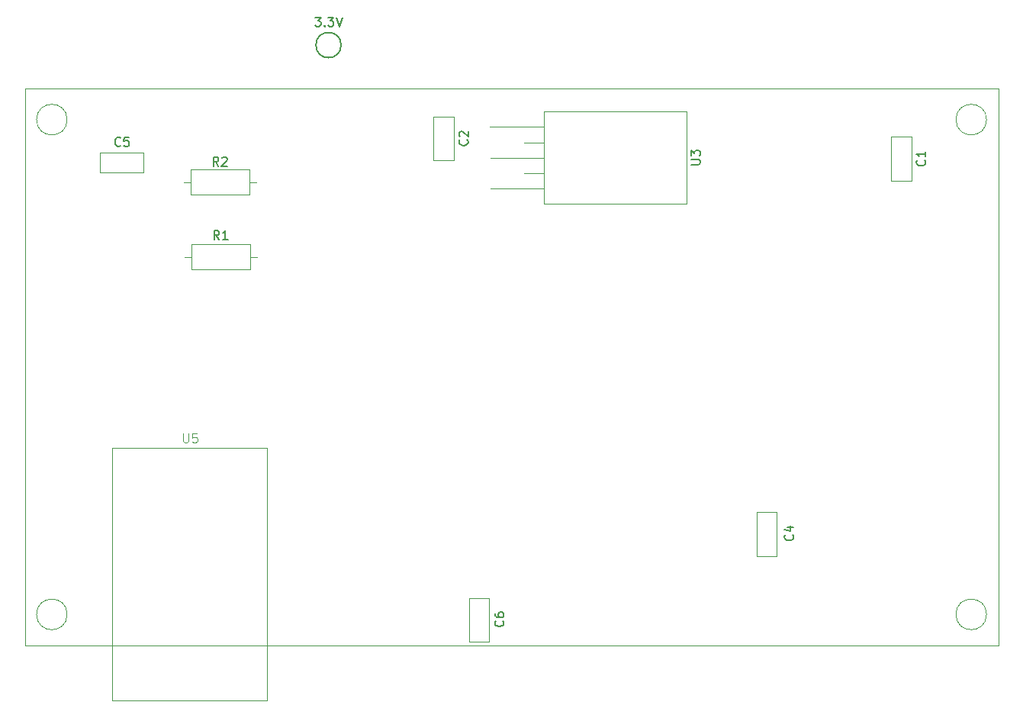
<source format=gbr>
%TF.GenerationSoftware,KiCad,Pcbnew,8.0.8*%
%TF.CreationDate,2025-04-04T13:43:42-04:00*%
%TF.ProjectId,bike_computer,62696b65-5f63-46f6-9d70-757465722e6b,0*%
%TF.SameCoordinates,Original*%
%TF.FileFunction,Legend,Top*%
%TF.FilePolarity,Positive*%
%FSLAX46Y46*%
G04 Gerber Fmt 4.6, Leading zero omitted, Abs format (unit mm)*
G04 Created by KiCad (PCBNEW 8.0.8) date 2025-04-04 13:43:42*
%MOMM*%
%LPD*%
G01*
G04 APERTURE LIST*
%ADD10C,0.150000*%
%ADD11C,0.100000*%
%ADD12C,0.120000*%
G04 APERTURE END LIST*
D10*
X82443333Y-62479580D02*
X82395714Y-62527200D01*
X82395714Y-62527200D02*
X82252857Y-62574819D01*
X82252857Y-62574819D02*
X82157619Y-62574819D01*
X82157619Y-62574819D02*
X82014762Y-62527200D01*
X82014762Y-62527200D02*
X81919524Y-62431961D01*
X81919524Y-62431961D02*
X81871905Y-62336723D01*
X81871905Y-62336723D02*
X81824286Y-62146247D01*
X81824286Y-62146247D02*
X81824286Y-62003390D01*
X81824286Y-62003390D02*
X81871905Y-61812914D01*
X81871905Y-61812914D02*
X81919524Y-61717676D01*
X81919524Y-61717676D02*
X82014762Y-61622438D01*
X82014762Y-61622438D02*
X82157619Y-61574819D01*
X82157619Y-61574819D02*
X82252857Y-61574819D01*
X82252857Y-61574819D02*
X82395714Y-61622438D01*
X82395714Y-61622438D02*
X82443333Y-61670057D01*
X83348095Y-61574819D02*
X82871905Y-61574819D01*
X82871905Y-61574819D02*
X82824286Y-62051009D01*
X82824286Y-62051009D02*
X82871905Y-62003390D01*
X82871905Y-62003390D02*
X82967143Y-61955771D01*
X82967143Y-61955771D02*
X83205238Y-61955771D01*
X83205238Y-61955771D02*
X83300476Y-62003390D01*
X83300476Y-62003390D02*
X83348095Y-62051009D01*
X83348095Y-62051009D02*
X83395714Y-62146247D01*
X83395714Y-62146247D02*
X83395714Y-62384342D01*
X83395714Y-62384342D02*
X83348095Y-62479580D01*
X83348095Y-62479580D02*
X83300476Y-62527200D01*
X83300476Y-62527200D02*
X83205238Y-62574819D01*
X83205238Y-62574819D02*
X82967143Y-62574819D01*
X82967143Y-62574819D02*
X82871905Y-62527200D01*
X82871905Y-62527200D02*
X82824286Y-62479580D01*
X120929580Y-61866666D02*
X120977200Y-61914285D01*
X120977200Y-61914285D02*
X121024819Y-62057142D01*
X121024819Y-62057142D02*
X121024819Y-62152380D01*
X121024819Y-62152380D02*
X120977200Y-62295237D01*
X120977200Y-62295237D02*
X120881961Y-62390475D01*
X120881961Y-62390475D02*
X120786723Y-62438094D01*
X120786723Y-62438094D02*
X120596247Y-62485713D01*
X120596247Y-62485713D02*
X120453390Y-62485713D01*
X120453390Y-62485713D02*
X120262914Y-62438094D01*
X120262914Y-62438094D02*
X120167676Y-62390475D01*
X120167676Y-62390475D02*
X120072438Y-62295237D01*
X120072438Y-62295237D02*
X120024819Y-62152380D01*
X120024819Y-62152380D02*
X120024819Y-62057142D01*
X120024819Y-62057142D02*
X120072438Y-61914285D01*
X120072438Y-61914285D02*
X120120057Y-61866666D01*
X120120057Y-61485713D02*
X120072438Y-61438094D01*
X120072438Y-61438094D02*
X120024819Y-61342856D01*
X120024819Y-61342856D02*
X120024819Y-61104761D01*
X120024819Y-61104761D02*
X120072438Y-61009523D01*
X120072438Y-61009523D02*
X120120057Y-60961904D01*
X120120057Y-60961904D02*
X120215295Y-60914285D01*
X120215295Y-60914285D02*
X120310533Y-60914285D01*
X120310533Y-60914285D02*
X120453390Y-60961904D01*
X120453390Y-60961904D02*
X121024819Y-61533332D01*
X121024819Y-61533332D02*
X121024819Y-60914285D01*
X157059580Y-105696666D02*
X157107200Y-105744285D01*
X157107200Y-105744285D02*
X157154819Y-105887142D01*
X157154819Y-105887142D02*
X157154819Y-105982380D01*
X157154819Y-105982380D02*
X157107200Y-106125237D01*
X157107200Y-106125237D02*
X157011961Y-106220475D01*
X157011961Y-106220475D02*
X156916723Y-106268094D01*
X156916723Y-106268094D02*
X156726247Y-106315713D01*
X156726247Y-106315713D02*
X156583390Y-106315713D01*
X156583390Y-106315713D02*
X156392914Y-106268094D01*
X156392914Y-106268094D02*
X156297676Y-106220475D01*
X156297676Y-106220475D02*
X156202438Y-106125237D01*
X156202438Y-106125237D02*
X156154819Y-105982380D01*
X156154819Y-105982380D02*
X156154819Y-105887142D01*
X156154819Y-105887142D02*
X156202438Y-105744285D01*
X156202438Y-105744285D02*
X156250057Y-105696666D01*
X156488152Y-104839523D02*
X157154819Y-104839523D01*
X156107200Y-105077618D02*
X156821485Y-105315713D01*
X156821485Y-105315713D02*
X156821485Y-104696666D01*
X104063810Y-48274819D02*
X104682857Y-48274819D01*
X104682857Y-48274819D02*
X104349524Y-48655771D01*
X104349524Y-48655771D02*
X104492381Y-48655771D01*
X104492381Y-48655771D02*
X104587619Y-48703390D01*
X104587619Y-48703390D02*
X104635238Y-48751009D01*
X104635238Y-48751009D02*
X104682857Y-48846247D01*
X104682857Y-48846247D02*
X104682857Y-49084342D01*
X104682857Y-49084342D02*
X104635238Y-49179580D01*
X104635238Y-49179580D02*
X104587619Y-49227200D01*
X104587619Y-49227200D02*
X104492381Y-49274819D01*
X104492381Y-49274819D02*
X104206667Y-49274819D01*
X104206667Y-49274819D02*
X104111429Y-49227200D01*
X104111429Y-49227200D02*
X104063810Y-49179580D01*
X105111429Y-49179580D02*
X105159048Y-49227200D01*
X105159048Y-49227200D02*
X105111429Y-49274819D01*
X105111429Y-49274819D02*
X105063810Y-49227200D01*
X105063810Y-49227200D02*
X105111429Y-49179580D01*
X105111429Y-49179580D02*
X105111429Y-49274819D01*
X105492381Y-48274819D02*
X106111428Y-48274819D01*
X106111428Y-48274819D02*
X105778095Y-48655771D01*
X105778095Y-48655771D02*
X105920952Y-48655771D01*
X105920952Y-48655771D02*
X106016190Y-48703390D01*
X106016190Y-48703390D02*
X106063809Y-48751009D01*
X106063809Y-48751009D02*
X106111428Y-48846247D01*
X106111428Y-48846247D02*
X106111428Y-49084342D01*
X106111428Y-49084342D02*
X106063809Y-49179580D01*
X106063809Y-49179580D02*
X106016190Y-49227200D01*
X106016190Y-49227200D02*
X105920952Y-49274819D01*
X105920952Y-49274819D02*
X105635238Y-49274819D01*
X105635238Y-49274819D02*
X105540000Y-49227200D01*
X105540000Y-49227200D02*
X105492381Y-49179580D01*
X106397143Y-48274819D02*
X106730476Y-49274819D01*
X106730476Y-49274819D02*
X107063809Y-48274819D01*
X145776819Y-64605904D02*
X146586342Y-64605904D01*
X146586342Y-64605904D02*
X146681580Y-64558285D01*
X146681580Y-64558285D02*
X146729200Y-64510666D01*
X146729200Y-64510666D02*
X146776819Y-64415428D01*
X146776819Y-64415428D02*
X146776819Y-64224952D01*
X146776819Y-64224952D02*
X146729200Y-64129714D01*
X146729200Y-64129714D02*
X146681580Y-64082095D01*
X146681580Y-64082095D02*
X146586342Y-64034476D01*
X146586342Y-64034476D02*
X145776819Y-64034476D01*
X145776819Y-63653523D02*
X145776819Y-63034476D01*
X145776819Y-63034476D02*
X146157771Y-63367809D01*
X146157771Y-63367809D02*
X146157771Y-63224952D01*
X146157771Y-63224952D02*
X146205390Y-63129714D01*
X146205390Y-63129714D02*
X146253009Y-63082095D01*
X146253009Y-63082095D02*
X146348247Y-63034476D01*
X146348247Y-63034476D02*
X146586342Y-63034476D01*
X146586342Y-63034476D02*
X146681580Y-63082095D01*
X146681580Y-63082095D02*
X146729200Y-63129714D01*
X146729200Y-63129714D02*
X146776819Y-63224952D01*
X146776819Y-63224952D02*
X146776819Y-63510666D01*
X146776819Y-63510666D02*
X146729200Y-63605904D01*
X146729200Y-63605904D02*
X146681580Y-63653523D01*
X124892580Y-115236666D02*
X124940200Y-115284285D01*
X124940200Y-115284285D02*
X124987819Y-115427142D01*
X124987819Y-115427142D02*
X124987819Y-115522380D01*
X124987819Y-115522380D02*
X124940200Y-115665237D01*
X124940200Y-115665237D02*
X124844961Y-115760475D01*
X124844961Y-115760475D02*
X124749723Y-115808094D01*
X124749723Y-115808094D02*
X124559247Y-115855713D01*
X124559247Y-115855713D02*
X124416390Y-115855713D01*
X124416390Y-115855713D02*
X124225914Y-115808094D01*
X124225914Y-115808094D02*
X124130676Y-115760475D01*
X124130676Y-115760475D02*
X124035438Y-115665237D01*
X124035438Y-115665237D02*
X123987819Y-115522380D01*
X123987819Y-115522380D02*
X123987819Y-115427142D01*
X123987819Y-115427142D02*
X124035438Y-115284285D01*
X124035438Y-115284285D02*
X124083057Y-115236666D01*
X123987819Y-114379523D02*
X123987819Y-114569999D01*
X123987819Y-114569999D02*
X124035438Y-114665237D01*
X124035438Y-114665237D02*
X124083057Y-114712856D01*
X124083057Y-114712856D02*
X124225914Y-114808094D01*
X124225914Y-114808094D02*
X124416390Y-114855713D01*
X124416390Y-114855713D02*
X124797342Y-114855713D01*
X124797342Y-114855713D02*
X124892580Y-114808094D01*
X124892580Y-114808094D02*
X124940200Y-114760475D01*
X124940200Y-114760475D02*
X124987819Y-114665237D01*
X124987819Y-114665237D02*
X124987819Y-114474761D01*
X124987819Y-114474761D02*
X124940200Y-114379523D01*
X124940200Y-114379523D02*
X124892580Y-114331904D01*
X124892580Y-114331904D02*
X124797342Y-114284285D01*
X124797342Y-114284285D02*
X124559247Y-114284285D01*
X124559247Y-114284285D02*
X124464009Y-114331904D01*
X124464009Y-114331904D02*
X124416390Y-114379523D01*
X124416390Y-114379523D02*
X124368771Y-114474761D01*
X124368771Y-114474761D02*
X124368771Y-114665237D01*
X124368771Y-114665237D02*
X124416390Y-114760475D01*
X124416390Y-114760475D02*
X124464009Y-114808094D01*
X124464009Y-114808094D02*
X124559247Y-114855713D01*
X93403333Y-72924819D02*
X93070000Y-72448628D01*
X92831905Y-72924819D02*
X92831905Y-71924819D01*
X92831905Y-71924819D02*
X93212857Y-71924819D01*
X93212857Y-71924819D02*
X93308095Y-71972438D01*
X93308095Y-71972438D02*
X93355714Y-72020057D01*
X93355714Y-72020057D02*
X93403333Y-72115295D01*
X93403333Y-72115295D02*
X93403333Y-72258152D01*
X93403333Y-72258152D02*
X93355714Y-72353390D01*
X93355714Y-72353390D02*
X93308095Y-72401009D01*
X93308095Y-72401009D02*
X93212857Y-72448628D01*
X93212857Y-72448628D02*
X92831905Y-72448628D01*
X94355714Y-72924819D02*
X93784286Y-72924819D01*
X94070000Y-72924819D02*
X94070000Y-71924819D01*
X94070000Y-71924819D02*
X93974762Y-72067676D01*
X93974762Y-72067676D02*
X93879524Y-72162914D01*
X93879524Y-72162914D02*
X93784286Y-72210533D01*
D11*
X89408095Y-94457419D02*
X89408095Y-95266942D01*
X89408095Y-95266942D02*
X89455714Y-95362180D01*
X89455714Y-95362180D02*
X89503333Y-95409800D01*
X89503333Y-95409800D02*
X89598571Y-95457419D01*
X89598571Y-95457419D02*
X89789047Y-95457419D01*
X89789047Y-95457419D02*
X89884285Y-95409800D01*
X89884285Y-95409800D02*
X89931904Y-95362180D01*
X89931904Y-95362180D02*
X89979523Y-95266942D01*
X89979523Y-95266942D02*
X89979523Y-94457419D01*
X90931904Y-94457419D02*
X90455714Y-94457419D01*
X90455714Y-94457419D02*
X90408095Y-94933609D01*
X90408095Y-94933609D02*
X90455714Y-94885990D01*
X90455714Y-94885990D02*
X90550952Y-94838371D01*
X90550952Y-94838371D02*
X90789047Y-94838371D01*
X90789047Y-94838371D02*
X90884285Y-94885990D01*
X90884285Y-94885990D02*
X90931904Y-94933609D01*
X90931904Y-94933609D02*
X90979523Y-95028847D01*
X90979523Y-95028847D02*
X90979523Y-95266942D01*
X90979523Y-95266942D02*
X90931904Y-95362180D01*
X90931904Y-95362180D02*
X90884285Y-95409800D01*
X90884285Y-95409800D02*
X90789047Y-95457419D01*
X90789047Y-95457419D02*
X90550952Y-95457419D01*
X90550952Y-95457419D02*
X90455714Y-95409800D01*
X90455714Y-95409800D02*
X90408095Y-95362180D01*
D10*
X93333333Y-64774819D02*
X93000000Y-64298628D01*
X92761905Y-64774819D02*
X92761905Y-63774819D01*
X92761905Y-63774819D02*
X93142857Y-63774819D01*
X93142857Y-63774819D02*
X93238095Y-63822438D01*
X93238095Y-63822438D02*
X93285714Y-63870057D01*
X93285714Y-63870057D02*
X93333333Y-63965295D01*
X93333333Y-63965295D02*
X93333333Y-64108152D01*
X93333333Y-64108152D02*
X93285714Y-64203390D01*
X93285714Y-64203390D02*
X93238095Y-64251009D01*
X93238095Y-64251009D02*
X93142857Y-64298628D01*
X93142857Y-64298628D02*
X92761905Y-64298628D01*
X93714286Y-63870057D02*
X93761905Y-63822438D01*
X93761905Y-63822438D02*
X93857143Y-63774819D01*
X93857143Y-63774819D02*
X94095238Y-63774819D01*
X94095238Y-63774819D02*
X94190476Y-63822438D01*
X94190476Y-63822438D02*
X94238095Y-63870057D01*
X94238095Y-63870057D02*
X94285714Y-63965295D01*
X94285714Y-63965295D02*
X94285714Y-64060533D01*
X94285714Y-64060533D02*
X94238095Y-64203390D01*
X94238095Y-64203390D02*
X93666667Y-64774819D01*
X93666667Y-64774819D02*
X94285714Y-64774819D01*
X171709580Y-64126666D02*
X171757200Y-64174285D01*
X171757200Y-64174285D02*
X171804819Y-64317142D01*
X171804819Y-64317142D02*
X171804819Y-64412380D01*
X171804819Y-64412380D02*
X171757200Y-64555237D01*
X171757200Y-64555237D02*
X171661961Y-64650475D01*
X171661961Y-64650475D02*
X171566723Y-64698094D01*
X171566723Y-64698094D02*
X171376247Y-64745713D01*
X171376247Y-64745713D02*
X171233390Y-64745713D01*
X171233390Y-64745713D02*
X171042914Y-64698094D01*
X171042914Y-64698094D02*
X170947676Y-64650475D01*
X170947676Y-64650475D02*
X170852438Y-64555237D01*
X170852438Y-64555237D02*
X170804819Y-64412380D01*
X170804819Y-64412380D02*
X170804819Y-64317142D01*
X170804819Y-64317142D02*
X170852438Y-64174285D01*
X170852438Y-64174285D02*
X170900057Y-64126666D01*
X171804819Y-63174285D02*
X171804819Y-63745713D01*
X171804819Y-63459999D02*
X170804819Y-63459999D01*
X170804819Y-63459999D02*
X170947676Y-63555237D01*
X170947676Y-63555237D02*
X171042914Y-63650475D01*
X171042914Y-63650475D02*
X171090533Y-63745713D01*
D12*
%TO.C,C5*%
X80190000Y-63250000D02*
X80190000Y-65490000D01*
X80190000Y-63250000D02*
X85030000Y-63250000D01*
X80190000Y-65490000D02*
X85030000Y-65490000D01*
X85030000Y-63250000D02*
X85030000Y-65490000D01*
%TO.C,C2*%
X117200000Y-59280000D02*
X117200000Y-64120000D01*
X119440000Y-59280000D02*
X117200000Y-59280000D01*
X119440000Y-59280000D02*
X119440000Y-64120000D01*
X119440000Y-64120000D02*
X117200000Y-64120000D01*
%TO.C,C4*%
X153050000Y-103200000D02*
X155290000Y-103200000D01*
X153050000Y-108040000D02*
X153050000Y-103200000D01*
X153050000Y-108040000D02*
X155290000Y-108040000D01*
X155290000Y-108040000D02*
X155290000Y-103200000D01*
D10*
%TO.C,3.3V*%
X106940000Y-51350000D02*
G75*
G02*
X104140000Y-51350000I-1400000J0D01*
G01*
X104140000Y-51350000D02*
G75*
G02*
X106940000Y-51350000I1400000J0D01*
G01*
D12*
%TO.C,U3*%
X129432000Y-58723000D02*
X129432000Y-68964000D01*
X129432000Y-60444000D02*
X123472000Y-60444000D01*
X129432000Y-62144000D02*
X127288000Y-62144000D01*
X129432000Y-63844000D02*
X123487000Y-63844000D01*
X129432000Y-65544000D02*
X127288000Y-65544000D01*
X129432000Y-67244000D02*
X123487000Y-67244000D01*
X145322000Y-58723000D02*
X129432000Y-58723000D01*
X145322000Y-58723000D02*
X145322000Y-68964000D01*
X145322000Y-68964000D02*
X129432000Y-68964000D01*
%TO.C,U4*%
D11*
X71834500Y-56202000D02*
X179874500Y-56202000D01*
X179874500Y-117942000D01*
X71834500Y-117942000D01*
X71834500Y-56202000D01*
X76534500Y-59622000D02*
G75*
G02*
X73134500Y-59622000I-1700000J0D01*
G01*
X73134500Y-59622000D02*
G75*
G02*
X76534500Y-59622000I1700000J0D01*
G01*
X76534500Y-114522000D02*
G75*
G02*
X73134500Y-114522000I-1700000J0D01*
G01*
X73134500Y-114522000D02*
G75*
G02*
X76534500Y-114522000I1700000J0D01*
G01*
X178574500Y-59622000D02*
G75*
G02*
X175174500Y-59622000I-1700000J0D01*
G01*
X175174500Y-59622000D02*
G75*
G02*
X178574500Y-59622000I1700000J0D01*
G01*
X178574500Y-114522000D02*
G75*
G02*
X175174500Y-114522000I-1700000J0D01*
G01*
X175174500Y-114522000D02*
G75*
G02*
X178574500Y-114522000I1700000J0D01*
G01*
D12*
%TO.C,C6*%
X121130000Y-112700000D02*
X123370000Y-112700000D01*
X121130000Y-117540000D02*
X121130000Y-112700000D01*
X121130000Y-117540000D02*
X123370000Y-117540000D01*
X123370000Y-117540000D02*
X123370000Y-112700000D01*
%TO.C,R1*%
X89530000Y-74840000D02*
X90300000Y-74840000D01*
X90300000Y-73470000D02*
X90300000Y-76210000D01*
X90300000Y-76210000D02*
X96840000Y-76210000D01*
X96840000Y-73470000D02*
X90300000Y-73470000D01*
X96840000Y-76210000D02*
X96840000Y-73470000D01*
X97610000Y-74840000D02*
X96840000Y-74840000D01*
%TO.C,U5*%
D11*
X81525000Y-124071000D02*
X98725000Y-124071000D01*
X98725000Y-96071000D01*
X81525000Y-96071000D01*
X81525000Y-124071000D01*
D12*
%TO.C,R2*%
X89480000Y-66550000D02*
X90250000Y-66550000D01*
X90250000Y-65180000D02*
X90250000Y-67920000D01*
X90250000Y-67920000D02*
X96790000Y-67920000D01*
X96790000Y-65180000D02*
X90250000Y-65180000D01*
X96790000Y-67920000D02*
X96790000Y-65180000D01*
X97560000Y-66550000D02*
X96790000Y-66550000D01*
%TO.C,C1*%
X167980000Y-61540000D02*
X167980000Y-66380000D01*
X170220000Y-61540000D02*
X167980000Y-61540000D01*
X170220000Y-61540000D02*
X170220000Y-66380000D01*
X170220000Y-66380000D02*
X167980000Y-66380000D01*
%TD*%
M02*

</source>
